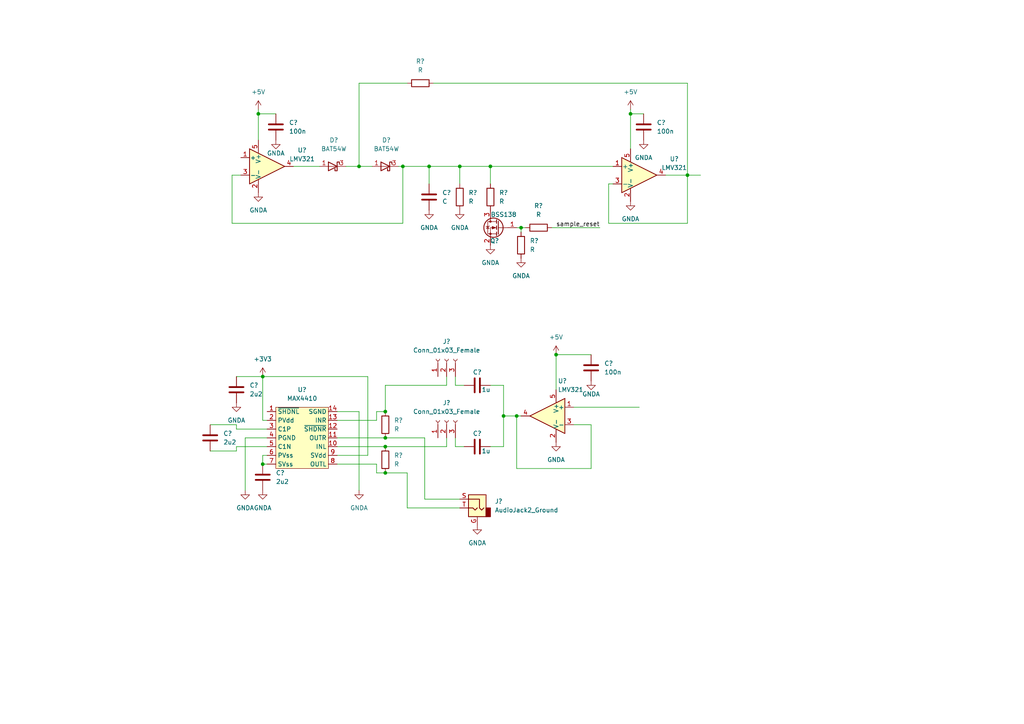
<source format=kicad_sch>
(kicad_sch (version 20211123) (generator eeschema)
  (paper "A4")
  (lib_symbols
    (symbol "Amplifier_Operational:LMV321" (pin_names (offset 0.127))
      (property "Reference" "U" (at 0 5.08 0))
      (property "Value" "LMV321" (at 0 -5.08 0))
      (symbol "LMV321_0_1"
        (polyline (pts (xy -5.08 5.08) (xy 5.08 0) (xy -5.08 -5.08) (xy -5.08 5.08)) (stroke (width 0.254)) (fill (type background)))
        (pin power_in line (at -2.54 -7.62 90) (length 3.81) (name "V-") (number "2"))
        (pin power_in line (at -2.54 7.62 270) (length 3.81) (name "V+") (number "5"))
      )
      (symbol "LMV321_1_1"
        (pin input line (at -7.62 2.54 0) (length 2.54) (name "+") (number "1"))
        (pin input line (at -7.62 -2.54 0) (length 2.54) (name "-") (number "3"))
        (pin output line (at 7.62 0 180) (length 2.54) (name "~") (number "4"))
      )
    )
    (symbol "Connector:AudioJack2_Ground"
      (property "Reference" "J" (at 0 8.89 0))
      (property "Value" "AudioJack2_Ground" (at 0 6.35 0))
      (symbol "AudioJack2_Ground_0_1"
        (rectangle (start -2.54 -2.54) (end -3.81 0) (stroke (width 0.254)) (fill (type outline)))
        (polyline (pts (xy 0 0) (xy 0.635 -0.635) (xy 1.27 0) (xy 2.54 0)) (stroke (width 0.254)))
        (polyline (pts (xy 2.54 2.54) (xy -0.635 2.54) (xy -0.635 0) (xy -1.27 -0.635) (xy -1.905 0)) (stroke (width 0.254)))
        (rectangle (start 2.54 3.81) (end -2.54 -2.54) (stroke (width 0.254)) (fill (type background)))
      )
      (symbol "AudioJack2_Ground_1_1"
        (pin passive line (at 0 -5.08 90) (length 2.54) (name "~") (number "G"))
        (pin passive line (at 5.08 2.54 180) (length 2.54) (name "~") (number "S"))
        (pin passive line (at 5.08 0 180) (length 2.54) (name "~") (number "T"))
      )
    )
    (symbol "Connector:Conn_01x03_Female" (pin_names (offset 1.016) hide)
      (property "Reference" "J" (at 0 5.08 0))
      (property "Value" "Conn_01x03_Female" (at 0 -5.08 0))
      (symbol "Conn_01x03_Female_1_1"
        (arc (start 0 -2.032) (mid -0.508 -2.54) (end 0 -3.048) (stroke (width 0.1524)))
        (polyline (pts (xy -1.27 -2.54) (xy -0.508 -2.54)) (stroke (width 0.1524)))
        (polyline (pts (xy -1.27 0) (xy -0.508 0)) (stroke (width 0.1524)))
        (polyline (pts (xy -1.27 2.54) (xy -0.508 2.54)) (stroke (width 0.1524)))
        (arc (start 0 0.508) (mid -0.508 0) (end 0 -0.508) (stroke (width 0.1524)))
        (arc (start 0 3.048) (mid -0.508 2.54) (end 0 2.032) (stroke (width 0.1524)))
        (pin passive line (at -5.08 2.54 0) (length 3.81) (name "Pin_1") (number "1"))
        (pin passive line (at -5.08 0 0) (length 3.81) (name "Pin_2") (number "2"))
        (pin passive line (at -5.08 -2.54 0) (length 3.81) (name "Pin_3") (number "3"))
      )
    )
    (symbol "Device:C" (pin_numbers hide) (pin_names (offset 0.254))
      (property "Reference" "C" (at 0.635 2.54 0))
      (property "Value" "C" (at 0.635 -2.54 0))
      (symbol "C_0_1"
        (polyline (pts (xy -2.032 -0.762) (xy 2.032 -0.762)) (stroke (width 0.508)))
        (polyline (pts (xy -2.032 0.762) (xy 2.032 0.762)) (stroke (width 0.508)))
      )
      (symbol "C_1_1"
        (pin passive line (at 0 3.81 270) (length 2.794) (name "~") (number "1"))
        (pin passive line (at 0 -3.81 90) (length 2.794) (name "~") (number "2"))
      )
    )
    (symbol "Device:R" (pin_numbers hide) (pin_names (offset 0))
      (property "Reference" "R" (at 2.032 0 90))
      (property "Value" "R" (at 0 0 90))
      (symbol "R_0_1"
        (rectangle (start -1.016 -2.54) (end 1.016 2.54) (stroke (width 0.254)))
      )
      (symbol "R_1_1"
        (pin passive line (at 0 3.81 270) (length 1.27) (name "~") (number "1"))
        (pin passive line (at 0 -3.81 90) (length 1.27) (name "~") (number "2"))
      )
    )
    (symbol "Diode:BAT54W" (pin_names (offset 1.016) hide)
      (property "Reference" "D" (at 0 2.54 0))
      (property "Value" "BAT54W" (at 0 -2.54 0))
      (symbol "BAT54W_0_1"
        (polyline (pts (xy 1.27 0) (xy -1.27 0)))
        (polyline (pts (xy 1.27 1.27) (xy 1.27 -1.27) (xy -1.27 0) (xy 1.27 1.27)) (stroke (width 0.254)))
        (polyline (pts (xy -1.905 0.635) (xy -1.905 1.27) (xy -1.27 1.27) (xy -1.27 -1.27) (xy -0.635 -1.27) (xy -0.635 -0.635)) (stroke (width 0.254)))
      )
      (symbol "BAT54W_1_1"
        (pin passive line (at 3.81 0 180) (length 2.54) (name "A") (number "1"))
        (pin no_connect line (at 0 0 90) (length 2.54) hide (name "NC") (number "2"))
        (pin passive line (at -3.81 0 0) (length 2.54) (name "K") (number "3"))
      )
    )
    (symbol "Transistor_FET:BSS138" (pin_names hide)
      (property "Reference" "Q" (at 5.08 1.905 0))
      (property "Value" "BSS138" (at 5.08 0 0))
      (symbol "BSS138_0_1"
        (polyline (pts (xy 0.254 0) (xy -2.54 0)))
        (polyline (pts (xy 0.254 1.905) (xy 0.254 -1.905)) (stroke (width 0.254)))
        (polyline (pts (xy 0.762 -1.27) (xy 0.762 -2.286)) (stroke (width 0.254)))
        (polyline (pts (xy 0.762 0.508) (xy 0.762 -0.508)) (stroke (width 0.254)))
        (polyline (pts (xy 0.762 2.286) (xy 0.762 1.27)) (stroke (width 0.254)))
        (polyline (pts (xy 2.54 2.54) (xy 2.54 1.778)))
        (polyline (pts (xy 2.54 -2.54) (xy 2.54 0) (xy 0.762 0)))
        (polyline (pts (xy 0.762 -1.778) (xy 3.302 -1.778) (xy 3.302 1.778) (xy 0.762 1.778)))
        (polyline (pts (xy 1.016 0) (xy 2.032 0.381) (xy 2.032 -0.381) (xy 1.016 0)) (fill (type outline)))
        (polyline (pts (xy 2.794 0.508) (xy 2.921 0.381) (xy 3.683 0.381) (xy 3.81 0.254)))
        (polyline (pts (xy 3.302 0.381) (xy 2.921 -0.254) (xy 3.683 -0.254) (xy 3.302 0.381)))
        (circle (center 1.651 0) (radius 2.794) (stroke (width 0.254)))
        (circle (center 2.54 -1.778) (radius 0.254) (fill (type outline)))
        (circle (center 2.54 1.778) (radius 0.254) (fill (type outline)))
      )
      (symbol "BSS138_1_1"
        (pin input line (at -5.08 0 0) (length 2.54) (name "G") (number "1"))
        (pin passive line (at 2.54 -5.08 90) (length 2.54) (name "S") (number "2"))
        (pin passive line (at 2.54 5.08 270) (length 2.54) (name "D") (number "3"))
      )
    )
    (symbol "headphone_amplifier:MAX4410"
      (property "Reference" "U" (at -1.27 10.16 0))
      (property "Value" "MAX4410" (at 0 -10.16 0))
      (symbol "MAX4410_0_1"
        (rectangle (start 7.62 -8.89) (end -7.62 8.89) (fill (type background)))
      )
      (symbol "MAX4410_1_1"
        (pin input line (at -10.16 7.62 0) (length 2.54) (name "~{SHDNL}") (number "1"))
        (pin input line (at 10.16 -2.54 180) (length 2.54) (name "INL") (number "10"))
        (pin output line (at 10.16 0 180) (length 2.54) (name "OUTR") (number "11"))
        (pin input line (at 10.16 2.54 180) (length 2.54) (name "~{SHDNR}") (number "12"))
        (pin input line (at 10.16 5.08 180) (length 2.54) (name "INR") (number "13"))
        (pin power_in line (at 10.16 7.62 180) (length 2.54) (name "SGND") (number "14"))
        (pin power_in line (at -10.16 5.08 0) (length 2.54) (name "PVdd") (number "2"))
        (pin power_in line (at -10.16 2.54 0) (length 2.54) (name "C1P") (number "3"))
        (pin power_in line (at -10.16 0 0) (length 2.54) (name "PGND") (number "4"))
        (pin power_in line (at -10.16 -2.54 0) (length 2.54) (name "C1N") (number "5"))
        (pin power_in line (at -10.16 -5.08 0) (length 2.54) (name "PVss") (number "6"))
        (pin power_in line (at -10.16 -7.62 0) (length 2.54) (name "SVss") (number "7"))
        (pin output line (at 10.16 -7.62 180) (length 2.54) (name "OUTL") (number "8"))
        (pin power_in line (at 10.16 -5.08 180) (length 2.54) (name "SVdd") (number "9"))
      )
    )
    (symbol "power:+3V3" (power) (pin_names (offset 0))
      (property "Value" "+3V3" (at 0 3.556 0))
      (symbol "+3V3_0_1"
        (polyline (pts (xy -0.762 1.27) (xy 0 2.54)))
        (polyline (pts (xy 0 0) (xy 0 2.54)))
        (polyline (pts (xy 0 2.54) (xy 0.762 1.27)))
      )
      (symbol "+3V3_1_1"
        (pin power_in line (at 0 0 90) (length 0) hide (name "+3V3") (number "1"))
      )
    )
    (symbol "power:+5V" (power) (pin_names (offset 0))
      (property "Value" "+5V" (at 0 3.556 0))
      (symbol "+5V_0_1"
        (polyline (pts (xy -0.762 1.27) (xy 0 2.54)))
        (polyline (pts (xy 0 0) (xy 0 2.54)))
        (polyline (pts (xy 0 2.54) (xy 0.762 1.27)))
      )
      (symbol "+5V_1_1"
        (pin power_in line (at 0 0 90) (length 0) hide (name "+5V") (number "1"))
      )
    )
    (symbol "power:GNDA" (power) (pin_names (offset 0))
      (property "Value" "GNDA" (at 0 -3.81 0))
      (symbol "GNDA_0_1"
        (polyline (pts (xy 0 0) (xy 0 -1.27) (xy 1.27 -1.27) (xy 0 -2.54) (xy -1.27 -1.27) (xy 0 -1.27)))
      )
      (symbol "GNDA_1_1"
        (pin power_in line (at 0 0 270) (length 0) hide (name "GNDA") (number "1"))
      )
    )
  )
  (junction (at 151.13 66.04))
  (junction (at 124.46 48.26))
  (junction (at 111.76 137.16))
  (junction (at 116.84 48.26))
  (junction (at 161.29 102.87))
  (junction (at 149.86 120.65))
  (junction (at 76.2 134.62))
  (junction (at 111.76 129.54))
  (junction (at 182.88 33.02))
  (junction (at 74.93 33.02))
  (junction (at 133.35 48.26))
  (junction (at 111.76 127))
  (junction (at 104.14 48.26))
  (junction (at 142.24 48.26))
  (junction (at 76.2 109.22))
  (junction (at 199.39 50.8))
  (junction (at 111.76 119.38))
  (junction (at 146.05 120.65))
  (wire (pts (xy 146.05 120.65) (xy 146.05 111.76)))
  (wire (pts (xy 133.35 144.78) (xy 123.19 144.78)))
  (wire (pts (xy 104.14 24.13) (xy 104.14 48.26)))
  (wire (pts (xy 109.22 134.62) (xy 109.22 137.16)))
  (wire (pts (xy 97.79 129.54) (xy 111.76 129.54)))
  (wire (pts (xy 97.79 121.92) (xy 109.22 121.92)))
  (wire (pts (xy 67.31 64.77) (xy 116.84 64.77)))
  (wire (pts (xy 67.31 64.77) (xy 67.31 50.8)))
  (wire (pts (xy 182.88 33.02) (xy 182.88 43.18)))
  (wire (pts (xy 97.79 119.38) (xy 104.14 119.38)))
  (wire (pts (xy 116.84 48.26) (xy 115.57 48.26)))
  (wire (pts (xy 111.76 137.16) (xy 118.11 137.16)))
  (wire (pts (xy 176.53 53.34) (xy 177.8 53.34)))
  (wire (pts (xy 109.22 119.38) (xy 111.76 119.38)))
  (wire (pts (xy 76.2 132.08) (xy 76.2 134.62)))
  (wire (pts (xy 149.86 66.04) (xy 151.13 66.04)))
  (wire (pts (xy 124.46 48.26) (xy 124.46 53.34)))
  (wire (pts (xy 116.84 48.26) (xy 124.46 48.26)))
  (wire (pts (xy 60.96 123.19) (xy 68.58 123.19)))
  (wire (pts (xy 142.24 48.26) (xy 142.24 53.34)))
  (wire (pts (xy 97.79 134.62) (xy 109.22 134.62)))
  (wire (pts (xy 182.88 33.02) (xy 186.69 33.02)))
  (wire (pts (xy 149.86 135.89) (xy 171.45 135.89)))
  (wire (pts (xy 182.88 31.75) (xy 182.88 33.02)))
  (wire (pts (xy 176.53 64.77) (xy 176.53 53.34)))
  (wire (pts (xy 77.47 127) (xy 71.12 127)))
  (wire (pts (xy 171.45 135.89) (xy 171.45 123.19)))
  (wire (pts (xy 60.96 130.81) (xy 68.58 130.81)))
  (wire (pts (xy 199.39 64.77) (xy 176.53 64.77)))
  (wire (pts (xy 71.12 127) (xy 71.12 142.24)))
  (wire (pts (xy 171.45 123.19) (xy 166.37 123.19)))
  (wire (pts (xy 74.93 31.75) (xy 74.93 33.02)))
  (wire (pts (xy 133.35 48.26) (xy 142.24 48.26)))
  (wire (pts (xy 77.47 121.92) (xy 76.2 121.92)))
  (wire (pts (xy 133.35 147.32) (xy 118.11 147.32)))
  (wire (pts (xy 132.08 109.22) (xy 132.08 111.76)))
  (wire (pts (xy 125.73 24.13) (xy 199.39 24.13)))
  (wire (pts (xy 68.58 123.19) (xy 68.58 124.46)))
  (wire (pts (xy 85.09 48.26) (xy 92.71 48.26)))
  (wire (pts (xy 106.68 132.08) (xy 106.68 109.22)))
  (wire (pts (xy 151.13 120.65) (xy 149.86 120.65)))
  (wire (pts (xy 146.05 111.76) (xy 142.24 111.76)))
  (wire (pts (xy 149.86 120.65) (xy 146.05 120.65)))
  (wire (pts (xy 109.22 121.92) (xy 109.22 119.38)))
  (wire (pts (xy 133.35 48.26) (xy 133.35 53.34)))
  (wire (pts (xy 161.29 102.87) (xy 171.45 102.87)))
  (wire (pts (xy 151.13 66.04) (xy 151.13 67.31)))
  (wire (pts (xy 146.05 129.54) (xy 146.05 120.65)))
  (wire (pts (xy 74.93 33.02) (xy 74.93 40.64)))
  (wire (pts (xy 142.24 129.54) (xy 146.05 129.54)))
  (wire (pts (xy 106.68 109.22) (xy 76.2 109.22)))
  (wire (pts (xy 160.02 66.04) (xy 173.99 66.04)))
  (wire (pts (xy 132.08 127) (xy 132.08 129.54)))
  (wire (pts (xy 76.2 121.92) (xy 76.2 109.22)))
  (wire (pts (xy 193.04 50.8) (xy 199.39 50.8)))
  (wire (pts (xy 100.33 48.26) (xy 104.14 48.26)))
  (wire (pts (xy 142.24 48.26) (xy 177.8 48.26)))
  (wire (pts (xy 149.86 120.65) (xy 149.86 135.89)))
  (wire (pts (xy 68.58 124.46) (xy 77.47 124.46)))
  (wire (pts (xy 166.37 118.11) (xy 185.42 118.11)))
  (wire (pts (xy 118.11 137.16) (xy 118.11 147.32)))
  (wire (pts (xy 111.76 129.54) (xy 129.54 129.54)))
  (wire (pts (xy 111.76 111.76) (xy 111.76 119.38)))
  (wire (pts (xy 199.39 50.8) (xy 203.2 50.8)))
  (wire (pts (xy 68.58 129.54) (xy 77.47 129.54)))
  (wire (pts (xy 74.93 33.02) (xy 80.01 33.02)))
  (wire (pts (xy 124.46 48.26) (xy 133.35 48.26)))
  (wire (pts (xy 111.76 111.76) (xy 129.54 111.76)))
  (wire (pts (xy 132.08 129.54) (xy 134.62 129.54)))
  (wire (pts (xy 118.11 24.13) (xy 104.14 24.13)))
  (wire (pts (xy 97.79 132.08) (xy 106.68 132.08)))
  (wire (pts (xy 129.54 109.22) (xy 129.54 111.76)))
  (wire (pts (xy 129.54 127) (xy 129.54 129.54)))
  (wire (pts (xy 104.14 119.38) (xy 104.14 142.24)))
  (wire (pts (xy 116.84 48.26) (xy 116.84 64.77)))
  (wire (pts (xy 111.76 127) (xy 123.19 127)))
  (wire (pts (xy 109.22 137.16) (xy 111.76 137.16)))
  (wire (pts (xy 151.13 66.04) (xy 152.4 66.04)))
  (wire (pts (xy 132.08 111.76) (xy 134.62 111.76)))
  (wire (pts (xy 199.39 50.8) (xy 199.39 64.77)))
  (wire (pts (xy 76.2 134.62) (xy 77.47 134.62)))
  (wire (pts (xy 97.79 127) (xy 111.76 127)))
  (wire (pts (xy 68.58 130.81) (xy 68.58 129.54)))
  (wire (pts (xy 77.47 132.08) (xy 76.2 132.08)))
  (wire (pts (xy 76.2 109.22) (xy 68.58 109.22)))
  (wire (pts (xy 199.39 50.8) (xy 199.39 24.13)))
  (wire (pts (xy 161.29 102.87) (xy 161.29 113.03)))
  (wire (pts (xy 104.14 48.26) (xy 107.95 48.26)))
  (wire (pts (xy 123.19 127) (xy 123.19 144.78)))
  (wire (pts (xy 67.31 50.8) (xy 69.85 50.8)))
  (label "sample_reset" (at 161.29 66.04 0))
  (symbol (lib_id "Device:C") (at 138.43 111.76 90) (unit 1)
    (property "Reference" "C?" (at 138.43 107.95 90))
    (property "Value" "1u" (at 140.97 113.03 90))
  )
  (symbol (lib_id "power:GNDA") (at 74.93 55.88 0) (unit 1)
    (property "Reference" "#PWR?" (effects hide))
    (property "Value" "GNDA" (at 74.93 60.96 0))
  )
  (symbol (lib_id "Device:R") (at 111.76 123.19 0) (unit 1)
    (property "Reference" "R?" (at 114.3 121.9199 0) (effects (justify left)))
    (property "Value" "R" (at 114.3 124.4599 0) (effects (justify left)))
    (property "Footprint" "Capacitor_SMD:C_1206_3216Metric_Pad1.33x1.80mm_HandSolder" (effects hide))
  )
  (symbol (lib_id "power:GNDA") (at 76.2 142.24 0) (unit 1)
    (property "Reference" "#PWR?" (effects hide))
    (property "Value" "GNDA" (at 76.2 147.32 0))
  )
  (symbol (lib_id "Device:R") (at 142.24 57.15 180) (unit 1)
    (property "Reference" "R?" (at 144.78 55.8799 0) (effects (justify right)))
    (property "Value" "R" (at 144.78 58.4199 0) (effects (justify right)))
    (property "Footprint" "Capacitor_SMD:C_1206_3216Metric_Pad1.33x1.80mm_HandSolder" (effects hide))
  )
  (symbol (lib_id "Diode:BAT54W") (at 111.76 48.26 0) (mirror y) (unit 1)
    (property "Reference" "D?" (at 112.0775 40.64 0))
    (property "Value" "BAT54W" (at 112.0775 43.18 0))
    (property "Footprint" "Package_TO_SOT_SMD:SOT-323_SC-70" (effects hide))
    (property "Datasheet" "https://assets.nexperia.com/documents/data-sheet/BAT54W_SER.pdf" (effects hide))
  )
  (symbol (lib_id "power:GNDA") (at 71.12 142.24 0) (unit 1)
    (property "Reference" "#PWR?" (effects hide))
    (property "Value" "GNDA" (at 71.12 147.32 0))
  )
  (symbol (lib_id "Device:R") (at 111.76 133.35 0) (unit 1)
    (property "Reference" "R?" (at 114.3 132.0799 0) (effects (justify left)))
    (property "Value" "R" (at 114.3 134.6199 0) (effects (justify left)))
    (property "Footprint" "Capacitor_SMD:C_1206_3216Metric_Pad1.33x1.80mm_HandSolder" (effects hide))
  )
  (symbol (lib_id "Device:R") (at 151.13 71.12 180) (unit 1)
    (property "Reference" "R?" (at 153.67 69.8499 0) (effects (justify right)))
    (property "Value" "R" (at 153.67 72.3899 0) (effects (justify right)))
    (property "Footprint" "Capacitor_SMD:C_1206_3216Metric_Pad1.33x1.80mm_HandSolder" (effects hide))
  )
  (symbol (lib_id "power:+5V") (at 74.93 31.75 0) (unit 1)
    (property "Reference" "#PWR?" (effects hide))
    (property "Value" "+5V" (at 74.93 26.67 0))
  )
  (symbol (lib_id "Device:C") (at 186.69 36.83 0) (unit 1)
    (property "Reference" "C?" (at 190.5 35.5599 0) (effects (justify left)))
    (property "Value" "100n" (at 190.5 38.0999 0) (effects (justify left)))
    (property "Footprint" "Capacitor_SMD:C_1206_3216Metric_Pad1.33x1.80mm_HandSolder" (effects hide))
  )
  (symbol (lib_id "Device:C") (at 124.46 57.15 0) (unit 1)
    (property "Reference" "C?" (at 128.27 55.8799 0) (effects (justify left)))
    (property "Value" "C" (at 128.27 58.4199 0) (effects (justify left)))
  )
  (symbol (lib_id "power:+5V") (at 161.29 102.87 0) (unit 1)
    (property "Reference" "#PWR?" (effects hide))
    (property "Value" "+5V" (at 161.29 97.79 0))
  )
  (symbol (lib_id "power:GNDA") (at 68.58 116.84 0) (unit 1)
    (property "Reference" "#PWR?" (effects hide))
    (property "Value" "GNDA" (at 68.58 121.92 0))
  )
  (symbol (lib_id "Device:C") (at 60.96 127 0) (unit 1)
    (property "Reference" "C?" (at 64.77 125.7299 0) (effects (justify left)))
    (property "Value" "2u2" (at 64.77 128.2699 0) (effects (justify left)))
  )
  (symbol (lib_id "power:GNDA") (at 161.29 128.27 0) (unit 1)
    (property "Reference" "#PWR?" (effects hide))
    (property "Value" "GNDA" (at 161.29 133.35 0))
  )
  (symbol (lib_id "Device:C") (at 76.2 138.43 0) (unit 1)
    (property "Reference" "C?" (at 80.01 137.1599 0) (effects (justify left)))
    (property "Value" "2u2" (at 80.01 139.6999 0) (effects (justify left)))
  )
  (symbol (lib_id "Device:R") (at 133.35 57.15 180) (unit 1)
    (property "Reference" "R?" (at 135.89 55.8799 0) (effects (justify right)))
    (property "Value" "R" (at 135.89 58.4199 0) (effects (justify right)))
    (property "Footprint" "Capacitor_SMD:C_1206_3216Metric_Pad1.33x1.80mm_HandSolder" (effects hide))
  )
  (symbol (lib_id "Amplifier_Operational:LMV321") (at 77.47 48.26 0) (unit 1)
    (property "Reference" "U?" (at 87.63 43.561 0))
    (property "Value" "LMV321" (at 87.63 46.101 0))
    (property "Footprint" "Package_TO_SOT_SMD:SOT-23-5_HandSoldering" (effects hide))
    (property "Datasheet" "http://www.ti.com/lit/ds/symlink/lmv324.pdf" (effects hide))
  )
  (symbol (lib_id "power:GNDA") (at 138.43 152.4 0) (unit 1)
    (property "Reference" "#PWR?" (effects hide))
    (property "Value" "GNDA" (at 138.43 157.48 0))
  )
  (symbol (lib_id "Device:C") (at 80.01 36.83 0) (unit 1)
    (property "Reference" "C?" (at 83.82 35.5599 0) (effects (justify left)))
    (property "Value" "100n" (at 83.82 38.0999 0) (effects (justify left)))
    (property "Footprint" "Capacitor_SMD:C_1206_3216Metric_Pad1.33x1.80mm_HandSolder" (effects hide))
  )
  (symbol (lib_id "power:GNDA") (at 80.01 40.64 0) (unit 1)
    (property "Reference" "#PWR?" (effects hide))
    (property "Value" "GNDA" (at 80.01 44.45 0))
  )
  (symbol (lib_id "Connector:Conn_01x03_Female") (at 129.54 121.92 90) (unit 1)
    (property "Reference" "J?" (at 129.54 116.84 90))
    (property "Value" "Conn_01x03_Female" (at 129.54 119.38 90))
  )
  (symbol (lib_id "Device:C") (at 138.43 129.54 90) (unit 1)
    (property "Reference" "C?" (at 138.43 125.73 90))
    (property "Value" "1u" (at 140.97 130.81 90))
  )
  (symbol (lib_id "power:GNDA") (at 182.88 58.42 0) (unit 1)
    (property "Reference" "#PWR?" (effects hide))
    (property "Value" "GNDA" (at 182.88 63.5 0))
  )
  (symbol (lib_id "Device:C") (at 68.58 113.03 0) (unit 1)
    (property "Reference" "C?" (at 72.39 111.7599 0) (effects (justify left)))
    (property "Value" "2u2" (at 72.39 114.2999 0) (effects (justify left)))
  )
  (symbol (lib_id "Device:R") (at 156.21 66.04 90) (unit 1)
    (property "Reference" "R?" (at 156.21 59.69 90))
    (property "Value" "R" (at 156.21 62.23 90))
    (property "Footprint" "Capacitor_SMD:C_1206_3216Metric_Pad1.33x1.80mm_HandSolder" (effects hide))
  )
  (symbol (lib_id "power:GNDA") (at 133.35 60.96 0) (unit 1)
    (property "Reference" "#PWR?" (effects hide))
    (property "Value" "GNDA" (at 133.35 66.04 0))
  )
  (symbol (lib_id "power:GNDA") (at 186.69 40.64 0) (unit 1)
    (property "Reference" "#PWR?" (effects hide))
    (property "Value" "GNDA" (at 186.69 45.72 0))
  )
  (symbol (lib_id "Amplifier_Operational:LMV321") (at 185.42 50.8 0) (unit 1)
    (property "Reference" "U?" (at 195.58 46.101 0))
    (property "Value" "LMV321" (at 195.58 48.641 0))
    (property "Footprint" "Package_TO_SOT_SMD:SOT-23-5_HandSoldering" (effects hide))
    (property "Datasheet" "http://www.ti.com/lit/ds/symlink/lmv324.pdf" (effects hide))
  )
  (symbol (lib_id "Device:R") (at 121.92 24.13 90) (unit 1)
    (property "Reference" "R?" (at 121.92 17.78 90))
    (property "Value" "R" (at 121.92 20.32 90))
    (property "Footprint" "Capacitor_SMD:C_1206_3216Metric_Pad1.33x1.80mm_HandSolder" (effects hide))
  )
  (symbol (lib_id "Connector:AudioJack2_Ground") (at 138.43 147.32 0) (mirror y) (unit 1)
    (property "Reference" "J?" (at 143.51 145.4149 0) (effects (justify right)))
    (property "Value" "AudioJack2_Ground" (at 143.51 147.9549 0) (effects (justify right)))
  )
  (symbol (lib_id "power:GNDA") (at 171.45 110.49 0) (unit 1)
    (property "Reference" "#PWR?" (effects hide))
    (property "Value" "GNDA" (at 171.45 114.3 0))
  )
  (symbol (lib_id "power:GNDA") (at 124.46 60.96 0) (unit 1)
    (property "Reference" "#PWR?" (effects hide))
    (property "Value" "GNDA" (at 124.46 66.04 0))
  )
  (symbol (lib_id "Connector:Conn_01x03_Female") (at 129.54 104.14 90) (unit 1)
    (property "Reference" "J?" (at 129.54 99.06 90))
    (property "Value" "Conn_01x03_Female" (at 129.54 101.6 90))
  )
  (symbol (lib_id "power:+3V3") (at 76.2 109.22 0) (unit 1)
    (property "Reference" "#PWR?" (effects hide))
    (property "Value" "+3V3" (at 76.2 104.14 0))
  )
  (symbol (lib_id "power:GNDA") (at 142.24 71.12 0) (unit 1)
    (property "Reference" "#PWR?" (effects hide))
    (property "Value" "GNDA" (at 142.24 76.2 0))
  )
  (symbol (lib_id "power:GNDA") (at 151.13 74.93 0) (unit 1)
    (property "Reference" "#PWR?" (effects hide))
    (property "Value" "GNDA" (at 151.13 80.01 0))
  )
  (symbol (lib_id "power:GNDA") (at 104.14 142.24 0) (unit 1)
    (property "Reference" "#PWR?" (effects hide))
    (property "Value" "GNDA" (at 104.14 147.32 0))
  )
  (symbol (lib_id "Transistor_FET:BSS138") (at 144.78 66.04 0) (mirror y) (unit 1)
    (property "Reference" "Q?" (at 144.78 69.85 0) (effects (justify left)))
    (property "Value" "BSS138" (at 149.86 62.23 0) (effects (justify left)))
    (property "Footprint" "Package_TO_SOT_SMD:SOT-23" (effects hide))
    (property "Datasheet" "https://www.onsemi.com/pub/Collateral/BSS138-D.PDF" (effects hide))
  )
  (symbol (lib_id "power:+5V") (at 182.88 31.75 0) (unit 1)
    (property "Reference" "#PWR?" (effects hide))
    (property "Value" "+5V" (at 182.88 26.67 0))
  )
  (symbol (lib_id "Diode:BAT54W") (at 96.52 48.26 0) (mirror y) (unit 1)
    (property "Reference" "D?" (at 96.8375 40.64 0))
    (property "Value" "BAT54W" (at 96.8375 43.18 0))
    (property "Footprint" "Package_TO_SOT_SMD:SOT-323_SC-70" (effects hide))
    (property "Datasheet" "https://assets.nexperia.com/documents/data-sheet/BAT54W_SER.pdf" (effects hide))
  )
  (symbol (lib_id "Amplifier_Operational:LMV321") (at 158.75 120.65 0) (mirror y) (unit 1)
    (property "Reference" "U?" (at 161.8106 110.49 0) (effects (justify right)))
    (property "Value" "LMV321" (at 161.8106 113.03 0) (effects (justify right)))
    (property "Footprint" "Package_TO_SOT_SMD:SOT-23-5_HandSoldering" (effects hide))
    (property "Datasheet" "http://www.ti.com/lit/ds/symlink/lmv324.pdf" (effects hide))
  )
  (symbol (lib_id "headphone_amplifier:MAX4410") (at 87.63 127 0) (unit 1)
    (property "Reference" "U?" (at 87.63 113.03 0))
    (property "Value" "MAX4410" (at 87.63 115.57 0))
    (property "Footprint" "Package_SO:TSSOP-14_4.4x5mm_P0.65mm" (effects hide))
    (property "Datasheet" "https://www.analog.com/media/en/technical-documentation/data-sheets/MAX4410.pdf" (effects hide))
  )
  (symbol (lib_id "Device:C") (at 171.45 106.68 0) (unit 1)
    (property "Reference" "C?" (at 175.26 105.4099 0) (effects (justify left)))
    (property "Value" "100n" (at 175.26 107.9499 0) (effects (justify left)))
    (property "Footprint" "Capacitor_SMD:C_1206_3216Metric_Pad1.33x1.80mm_HandSolder" (effects hide))
  )
)
</source>
